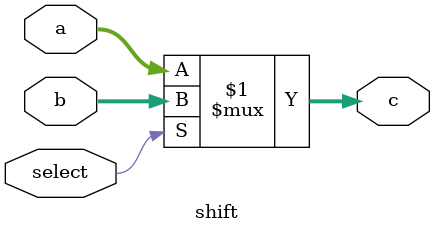
<source format=v>
module shift(input[7:0] a, input [7:0] b, input select, output [7:0] c);
	assign c = select? b : a;
endmodule
</source>
